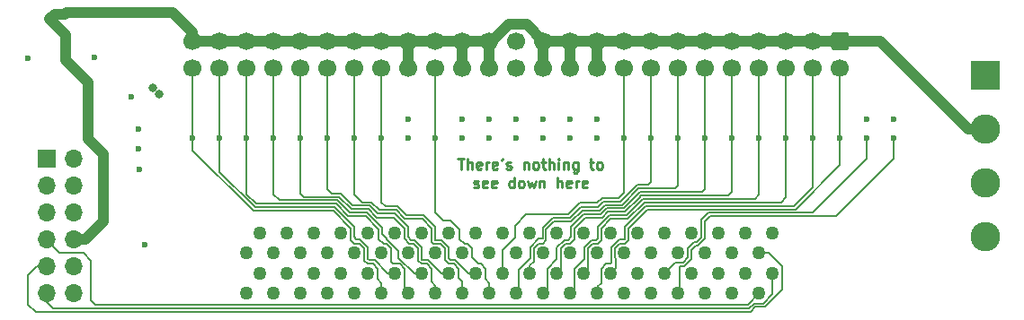
<source format=gbr>
%TF.GenerationSoftware,KiCad,Pcbnew,(5.1.7)-1*%
%TF.CreationDate,2021-02-10T19:53:02+00:00*%
%TF.ProjectId,SCSI to SCA MK5.1,53435349-2074-46f2-9053-4341204d4b35,rev?*%
%TF.SameCoordinates,Original*%
%TF.FileFunction,Copper,L2,Inr*%
%TF.FilePolarity,Positive*%
%FSLAX46Y46*%
G04 Gerber Fmt 4.6, Leading zero omitted, Abs format (unit mm)*
G04 Created by KiCad (PCBNEW (5.1.7)-1) date 2021-02-10 19:53:02*
%MOMM*%
%LPD*%
G01*
G04 APERTURE LIST*
%TA.AperFunction,NonConductor*%
%ADD10C,0.250000*%
%TD*%
%TA.AperFunction,ComponentPad*%
%ADD11O,1.700000X1.700000*%
%TD*%
%TA.AperFunction,ComponentPad*%
%ADD12R,1.700000X1.700000*%
%TD*%
%TA.AperFunction,ComponentPad*%
%ADD13C,1.700000*%
%TD*%
%TA.AperFunction,ComponentPad*%
%ADD14C,2.780000*%
%TD*%
%TA.AperFunction,ComponentPad*%
%ADD15R,2.780000X2.780000*%
%TD*%
%TA.AperFunction,ComponentPad*%
%ADD16C,1.270000*%
%TD*%
%TA.AperFunction,ViaPad*%
%ADD17C,0.800000*%
%TD*%
%TA.AperFunction,ViaPad*%
%ADD18C,0.600000*%
%TD*%
%TA.AperFunction,Conductor*%
%ADD19C,1.000000*%
%TD*%
%TA.AperFunction,Conductor*%
%ADD20C,0.127000*%
%TD*%
%TA.AperFunction,Conductor*%
%ADD21C,0.200000*%
%TD*%
G04 APERTURE END LIST*
D10*
X71335166Y-134911880D02*
X71906595Y-134911880D01*
X71620880Y-135911880D02*
X71620880Y-134911880D01*
X72239928Y-135911880D02*
X72239928Y-134911880D01*
X72668500Y-135911880D02*
X72668500Y-135388071D01*
X72620880Y-135292833D01*
X72525642Y-135245214D01*
X72382785Y-135245214D01*
X72287547Y-135292833D01*
X72239928Y-135340452D01*
X73525642Y-135864261D02*
X73430404Y-135911880D01*
X73239928Y-135911880D01*
X73144690Y-135864261D01*
X73097071Y-135769023D01*
X73097071Y-135388071D01*
X73144690Y-135292833D01*
X73239928Y-135245214D01*
X73430404Y-135245214D01*
X73525642Y-135292833D01*
X73573261Y-135388071D01*
X73573261Y-135483309D01*
X73097071Y-135578547D01*
X74001833Y-135911880D02*
X74001833Y-135245214D01*
X74001833Y-135435690D02*
X74049452Y-135340452D01*
X74097071Y-135292833D01*
X74192309Y-135245214D01*
X74287547Y-135245214D01*
X75001833Y-135864261D02*
X74906595Y-135911880D01*
X74716119Y-135911880D01*
X74620880Y-135864261D01*
X74573261Y-135769023D01*
X74573261Y-135388071D01*
X74620880Y-135292833D01*
X74716119Y-135245214D01*
X74906595Y-135245214D01*
X75001833Y-135292833D01*
X75049452Y-135388071D01*
X75049452Y-135483309D01*
X74573261Y-135578547D01*
X75525642Y-134911880D02*
X75430404Y-135102357D01*
X75906595Y-135864261D02*
X76001833Y-135911880D01*
X76192309Y-135911880D01*
X76287547Y-135864261D01*
X76335166Y-135769023D01*
X76335166Y-135721404D01*
X76287547Y-135626166D01*
X76192309Y-135578547D01*
X76049452Y-135578547D01*
X75954214Y-135530928D01*
X75906595Y-135435690D01*
X75906595Y-135388071D01*
X75954214Y-135292833D01*
X76049452Y-135245214D01*
X76192309Y-135245214D01*
X76287547Y-135292833D01*
X77525642Y-135245214D02*
X77525642Y-135911880D01*
X77525642Y-135340452D02*
X77573261Y-135292833D01*
X77668500Y-135245214D01*
X77811357Y-135245214D01*
X77906595Y-135292833D01*
X77954214Y-135388071D01*
X77954214Y-135911880D01*
X78573261Y-135911880D02*
X78478023Y-135864261D01*
X78430404Y-135816642D01*
X78382785Y-135721404D01*
X78382785Y-135435690D01*
X78430404Y-135340452D01*
X78478023Y-135292833D01*
X78573261Y-135245214D01*
X78716119Y-135245214D01*
X78811357Y-135292833D01*
X78858976Y-135340452D01*
X78906595Y-135435690D01*
X78906595Y-135721404D01*
X78858976Y-135816642D01*
X78811357Y-135864261D01*
X78716119Y-135911880D01*
X78573261Y-135911880D01*
X79192309Y-135245214D02*
X79573261Y-135245214D01*
X79335166Y-134911880D02*
X79335166Y-135769023D01*
X79382785Y-135864261D01*
X79478023Y-135911880D01*
X79573261Y-135911880D01*
X79906595Y-135911880D02*
X79906595Y-134911880D01*
X80335166Y-135911880D02*
X80335166Y-135388071D01*
X80287547Y-135292833D01*
X80192309Y-135245214D01*
X80049452Y-135245214D01*
X79954214Y-135292833D01*
X79906595Y-135340452D01*
X80811357Y-135911880D02*
X80811357Y-135245214D01*
X80811357Y-134911880D02*
X80763738Y-134959500D01*
X80811357Y-135007119D01*
X80858976Y-134959500D01*
X80811357Y-134911880D01*
X80811357Y-135007119D01*
X81287547Y-135245214D02*
X81287547Y-135911880D01*
X81287547Y-135340452D02*
X81335166Y-135292833D01*
X81430404Y-135245214D01*
X81573261Y-135245214D01*
X81668500Y-135292833D01*
X81716119Y-135388071D01*
X81716119Y-135911880D01*
X82620880Y-135245214D02*
X82620880Y-136054738D01*
X82573261Y-136149976D01*
X82525642Y-136197595D01*
X82430404Y-136245214D01*
X82287547Y-136245214D01*
X82192309Y-136197595D01*
X82620880Y-135864261D02*
X82525642Y-135911880D01*
X82335166Y-135911880D01*
X82239928Y-135864261D01*
X82192309Y-135816642D01*
X82144690Y-135721404D01*
X82144690Y-135435690D01*
X82192309Y-135340452D01*
X82239928Y-135292833D01*
X82335166Y-135245214D01*
X82525642Y-135245214D01*
X82620880Y-135292833D01*
X83716119Y-135245214D02*
X84097071Y-135245214D01*
X83858976Y-134911880D02*
X83858976Y-135769023D01*
X83906595Y-135864261D01*
X84001833Y-135911880D01*
X84097071Y-135911880D01*
X84573261Y-135911880D02*
X84478023Y-135864261D01*
X84430404Y-135816642D01*
X84382785Y-135721404D01*
X84382785Y-135435690D01*
X84430404Y-135340452D01*
X84478023Y-135292833D01*
X84573261Y-135245214D01*
X84716119Y-135245214D01*
X84811357Y-135292833D01*
X84858976Y-135340452D01*
X84906595Y-135435690D01*
X84906595Y-135721404D01*
X84858976Y-135816642D01*
X84811357Y-135864261D01*
X84716119Y-135911880D01*
X84573261Y-135911880D01*
X72835166Y-137614261D02*
X72930404Y-137661880D01*
X73120880Y-137661880D01*
X73216119Y-137614261D01*
X73263738Y-137519023D01*
X73263738Y-137471404D01*
X73216119Y-137376166D01*
X73120880Y-137328547D01*
X72978023Y-137328547D01*
X72882785Y-137280928D01*
X72835166Y-137185690D01*
X72835166Y-137138071D01*
X72882785Y-137042833D01*
X72978023Y-136995214D01*
X73120880Y-136995214D01*
X73216119Y-137042833D01*
X74073261Y-137614261D02*
X73978023Y-137661880D01*
X73787547Y-137661880D01*
X73692309Y-137614261D01*
X73644690Y-137519023D01*
X73644690Y-137138071D01*
X73692309Y-137042833D01*
X73787547Y-136995214D01*
X73978023Y-136995214D01*
X74073261Y-137042833D01*
X74120880Y-137138071D01*
X74120880Y-137233309D01*
X73644690Y-137328547D01*
X74930404Y-137614261D02*
X74835166Y-137661880D01*
X74644690Y-137661880D01*
X74549452Y-137614261D01*
X74501833Y-137519023D01*
X74501833Y-137138071D01*
X74549452Y-137042833D01*
X74644690Y-136995214D01*
X74835166Y-136995214D01*
X74930404Y-137042833D01*
X74978023Y-137138071D01*
X74978023Y-137233309D01*
X74501833Y-137328547D01*
X76597071Y-137661880D02*
X76597071Y-136661880D01*
X76597071Y-137614261D02*
X76501833Y-137661880D01*
X76311357Y-137661880D01*
X76216119Y-137614261D01*
X76168500Y-137566642D01*
X76120880Y-137471404D01*
X76120880Y-137185690D01*
X76168500Y-137090452D01*
X76216119Y-137042833D01*
X76311357Y-136995214D01*
X76501833Y-136995214D01*
X76597071Y-137042833D01*
X77216119Y-137661880D02*
X77120880Y-137614261D01*
X77073261Y-137566642D01*
X77025642Y-137471404D01*
X77025642Y-137185690D01*
X77073261Y-137090452D01*
X77120880Y-137042833D01*
X77216119Y-136995214D01*
X77358976Y-136995214D01*
X77454214Y-137042833D01*
X77501833Y-137090452D01*
X77549452Y-137185690D01*
X77549452Y-137471404D01*
X77501833Y-137566642D01*
X77454214Y-137614261D01*
X77358976Y-137661880D01*
X77216119Y-137661880D01*
X77882785Y-136995214D02*
X78073261Y-137661880D01*
X78263738Y-137185690D01*
X78454214Y-137661880D01*
X78644690Y-136995214D01*
X79025642Y-136995214D02*
X79025642Y-137661880D01*
X79025642Y-137090452D02*
X79073261Y-137042833D01*
X79168500Y-136995214D01*
X79311357Y-136995214D01*
X79406595Y-137042833D01*
X79454214Y-137138071D01*
X79454214Y-137661880D01*
X80692309Y-137661880D02*
X80692309Y-136661880D01*
X81120880Y-137661880D02*
X81120880Y-137138071D01*
X81073261Y-137042833D01*
X80978023Y-136995214D01*
X80835166Y-136995214D01*
X80739928Y-137042833D01*
X80692309Y-137090452D01*
X81978023Y-137614261D02*
X81882785Y-137661880D01*
X81692309Y-137661880D01*
X81597071Y-137614261D01*
X81549452Y-137519023D01*
X81549452Y-137138071D01*
X81597071Y-137042833D01*
X81692309Y-136995214D01*
X81882785Y-136995214D01*
X81978023Y-137042833D01*
X82025642Y-137138071D01*
X82025642Y-137233309D01*
X81549452Y-137328547D01*
X82454214Y-137661880D02*
X82454214Y-136995214D01*
X82454214Y-137185690D02*
X82501833Y-137090452D01*
X82549452Y-137042833D01*
X82644690Y-136995214D01*
X82739928Y-136995214D01*
X83454214Y-137614261D02*
X83358976Y-137661880D01*
X83168500Y-137661880D01*
X83073261Y-137614261D01*
X83025642Y-137519023D01*
X83025642Y-137138071D01*
X83073261Y-137042833D01*
X83168500Y-136995214D01*
X83358976Y-136995214D01*
X83454214Y-137042833D01*
X83501833Y-137138071D01*
X83501833Y-137233309D01*
X83025642Y-137328547D01*
D11*
%TO.N,GND*%
%TO.C,J2*%
X35179000Y-147637500D03*
%TO.N,/ID2*%
X32639000Y-147637500D03*
%TO.N,GND*%
X35179000Y-145097500D03*
%TO.N,/ID1*%
X32639000Y-145097500D03*
%TO.N,GND*%
X35179000Y-142557500D03*
%TO.N,/ID0*%
X32639000Y-142557500D03*
%TO.N,Net-(J2-Pad6)*%
X35179000Y-140017500D03*
%TO.N,/LED_T*%
X32639000Y-140017500D03*
%TO.N,/TERMPWR_8BIT*%
X35179000Y-137477500D03*
%TO.N,/TERMPWR_REG*%
X32639000Y-137477500D03*
%TO.N,/TERMPWR*%
X35179000Y-134937500D03*
D12*
%TO.N,Net-(F1-Pad2)*%
X32639000Y-134937500D03*
%TD*%
D13*
%TO.N,/I-O*%
%TO.C,J4*%
X46355000Y-126365000D03*
%TO.N,/REQ*%
X48895000Y-126365000D03*
%TO.N,/C-D*%
X51435000Y-126365000D03*
%TO.N,/SEL*%
X53975000Y-126365000D03*
%TO.N,/MSG*%
X56515000Y-126365000D03*
%TO.N,/RST*%
X59055000Y-126365000D03*
%TO.N,/ACK*%
X61595000Y-126365000D03*
%TO.N,/BSY*%
X64135000Y-126365000D03*
%TO.N,GND*%
X66675000Y-126365000D03*
%TO.N,/ATN*%
X69215000Y-126365000D03*
%TO.N,GND*%
X71755000Y-126365000D03*
X74295000Y-126365000D03*
%TO.N,Net-(J4-Pad26)*%
X76835000Y-126365000D03*
%TO.N,GND*%
X79375000Y-126365000D03*
X81915000Y-126365000D03*
X84455000Y-126365000D03*
%TO.N,/PARITY*%
X86995000Y-126365000D03*
%TO.N,/DB7*%
X89535000Y-126365000D03*
%TO.N,/DB6*%
X92075000Y-126365000D03*
%TO.N,/DB5*%
X94615000Y-126365000D03*
%TO.N,/DB4*%
X97155000Y-126365000D03*
%TO.N,/DB3*%
X99695000Y-126365000D03*
%TO.N,/DB2*%
X102235000Y-126365000D03*
%TO.N,/DB1*%
X104775000Y-126365000D03*
%TO.N,/DB0*%
X107315000Y-126365000D03*
%TO.N,GND*%
X46355000Y-123825000D03*
X48895000Y-123825000D03*
X51435000Y-123825000D03*
X53975000Y-123825000D03*
X56515000Y-123825000D03*
X59055000Y-123825000D03*
X61595000Y-123825000D03*
X64135000Y-123825000D03*
X66675000Y-123825000D03*
X69215000Y-123825000D03*
X71755000Y-123825000D03*
X74295000Y-123825000D03*
%TO.N,Net-(J4-Pad25)*%
X76835000Y-123825000D03*
%TO.N,GND*%
X79375000Y-123825000D03*
X81915000Y-123825000D03*
X84455000Y-123825000D03*
X86995000Y-123825000D03*
X89535000Y-123825000D03*
X92075000Y-123825000D03*
X94615000Y-123825000D03*
X97155000Y-123825000D03*
X99695000Y-123825000D03*
X102235000Y-123825000D03*
X104775000Y-123825000D03*
%TA.AperFunction,ComponentPad*%
G36*
G01*
X106715000Y-122975000D02*
X107915000Y-122975000D01*
G75*
G02*
X108165000Y-123225000I0J-250000D01*
G01*
X108165000Y-124425000D01*
G75*
G02*
X107915000Y-124675000I-250000J0D01*
G01*
X106715000Y-124675000D01*
G75*
G02*
X106465000Y-124425000I0J250000D01*
G01*
X106465000Y-123225000D01*
G75*
G02*
X106715000Y-122975000I250000J0D01*
G01*
G37*
%TD.AperFunction*%
%TD*%
D14*
%TO.N,+5V*%
%TO.C,J3*%
X121000000Y-142240000D03*
%TO.N,GND*%
X121000000Y-137160000D03*
X121000000Y-132080000D03*
D15*
%TO.N,+12V*%
X121000000Y-127000000D03*
%TD*%
D16*
%TO.N,GND*%
%TO.C,J1*%
X51435000Y-143823000D03*
X52705000Y-141913000D03*
X53975000Y-143823000D03*
X55245000Y-141913000D03*
%TO.N,Net-(J1-Pad45)*%
X56515000Y-143823000D03*
%TO.N,GND*%
X57785000Y-141913000D03*
X59055000Y-143823000D03*
X60325000Y-141913000D03*
X61595000Y-143823000D03*
X62865000Y-141913000D03*
X64135000Y-143823000D03*
X65405000Y-141913000D03*
X66675000Y-143823000D03*
X67945000Y-141913000D03*
X69215000Y-143823000D03*
X70485000Y-141913000D03*
X71755000Y-143823000D03*
X73025000Y-141913000D03*
X74295000Y-143823000D03*
X75565000Y-141913000D03*
X76835000Y-143823000D03*
X78105000Y-141913000D03*
X79375000Y-143823000D03*
X80645000Y-141913000D03*
X81915000Y-143823000D03*
X83185000Y-141913000D03*
X84455000Y-143823000D03*
X85725000Y-141913000D03*
X86995000Y-143823000D03*
X88265000Y-141913000D03*
X89535000Y-143823000D03*
X90805000Y-141913000D03*
X92075000Y-143823000D03*
X93345000Y-141913000D03*
X94615000Y-143823000D03*
X95885000Y-141913000D03*
%TO.N,/LED*%
X97155000Y-143823000D03*
%TO.N,Net-(J1-Pad78)*%
X98425000Y-141913000D03*
%TO.N,/ID1*%
X99695000Y-143823000D03*
%TO.N,Net-(J1-Pad80)*%
X100965000Y-141913000D03*
%TO.N,+12V*%
X51435000Y-147643000D03*
X52705000Y-145733000D03*
X53975000Y-147643000D03*
X55245000Y-145733000D03*
%TO.N,Net-(J1-Pad5)*%
X56515000Y-147643000D03*
%TO.N,Net-(J1-Pad6)*%
X57785000Y-145733000D03*
%TO.N,/DB11*%
X59055000Y-147643000D03*
%TO.N,/DB10*%
X60325000Y-145733000D03*
%TO.N,/DB9*%
X61595000Y-147643000D03*
%TO.N,/DB8*%
X62865000Y-145733000D03*
%TO.N,/I-O*%
X64135000Y-147643000D03*
%TO.N,/REQ*%
X65405000Y-145733000D03*
%TO.N,/C-D*%
X66675000Y-147643000D03*
%TO.N,/SEL*%
X67945000Y-145733000D03*
%TO.N,/MSG*%
X69215000Y-147643000D03*
%TO.N,/RST*%
X70485000Y-145733000D03*
%TO.N,/ACK*%
X71755000Y-147643000D03*
%TO.N,/BSY*%
X73025000Y-145733000D03*
%TO.N,/ATN*%
X74295000Y-147643000D03*
%TO.N,/PARITY*%
X75565000Y-145733000D03*
%TO.N,/DB7*%
X76835000Y-147643000D03*
%TO.N,/DB6*%
X78105000Y-145733000D03*
%TO.N,/DB5*%
X79375000Y-147643000D03*
%TO.N,/DB4*%
X80645000Y-145733000D03*
%TO.N,/DB3*%
X81915000Y-147643000D03*
%TO.N,/DB2*%
X83185000Y-145733000D03*
%TO.N,/DB1*%
X84455000Y-147643000D03*
%TO.N,/DB0*%
X85725000Y-145733000D03*
%TO.N,/DBP1*%
X86995000Y-147643000D03*
%TO.N,/DB15*%
X88265000Y-145733000D03*
%TO.N,/DB14*%
X89535000Y-147643000D03*
%TO.N,/DB13*%
X90805000Y-145733000D03*
%TO.N,/DB12*%
X92075000Y-147643000D03*
%TO.N,+5V*%
X93345000Y-145733000D03*
X94615000Y-147643000D03*
%TO.N,Net-(J1-Pad36)*%
X95885000Y-145733000D03*
%TO.N,Net-(J1-Pad37)*%
X97155000Y-147643000D03*
%TO.N,Net-(J1-Pad38)*%
X98425000Y-145733000D03*
%TO.N,/ID0*%
X99695000Y-147643000D03*
%TO.N,/ID2*%
X100965000Y-145733000D03*
%TD*%
D17*
%TO.N,GND*%
X36512500Y-131445000D03*
X32893000Y-121729500D03*
X34295000Y-121285000D03*
D18*
X37958760Y-135891000D03*
%TO.N,/TERMPWR_REG*%
X66673100Y-131167500D03*
X71753100Y-131167500D03*
X74293100Y-131167500D03*
X76833100Y-131167500D03*
X79373100Y-131167500D03*
X81913100Y-131167500D03*
X84453100Y-131167500D03*
X109853100Y-131167500D03*
X112395000Y-131165600D03*
D17*
X42561510Y-128223010D03*
X43159680Y-128833880D03*
D18*
%TO.N,Net-(D1-Pad2)*%
X40576500Y-129095500D03*
X37124640Y-125308360D03*
%TO.N,Net-(D1-Pad1)*%
X41275000Y-132080000D03*
%TO.N,Net-(D2-Pad2)*%
X41275000Y-133985000D03*
%TO.N,/LED*%
X30797500Y-125412500D03*
%TO.N,+12V*%
X41846500Y-143002000D03*
%TO.N,/DB11*%
X66675000Y-132969000D03*
%TO.N,/DB10*%
X71755000Y-132969000D03*
%TO.N,/DB9*%
X74295000Y-132969000D03*
%TO.N,/DB8*%
X76835000Y-132969000D03*
%TO.N,/I-O*%
X46355000Y-132969000D03*
%TO.N,/REQ*%
X48895000Y-132969000D03*
%TO.N,/C-D*%
X51435000Y-132969000D03*
%TO.N,/SEL*%
X53975000Y-132969000D03*
%TO.N,/MSG*%
X56515000Y-132969000D03*
%TO.N,/RST*%
X59055000Y-132969000D03*
%TO.N,/ACK*%
X61595000Y-132969000D03*
%TO.N,/BSY*%
X64135000Y-132969000D03*
%TO.N,/ATN*%
X69215000Y-132969000D03*
%TO.N,/PARITY*%
X86995000Y-132969000D03*
%TO.N,/DB7*%
X89535000Y-132969000D03*
%TO.N,/DB6*%
X92075000Y-132969000D03*
%TO.N,/DB5*%
X94615000Y-132969000D03*
%TO.N,/DB4*%
X97155000Y-132969000D03*
%TO.N,/DB3*%
X99695000Y-132969000D03*
%TO.N,/DB2*%
X102235000Y-132969000D03*
%TO.N,/DB1*%
X104775000Y-132969000D03*
%TO.N,/DB0*%
X107315000Y-132969000D03*
%TO.N,/DBP1*%
X79375000Y-132969000D03*
%TO.N,/DB15*%
X81915000Y-132969000D03*
%TO.N,/DB14*%
X84455000Y-132969000D03*
%TO.N,/DB13*%
X109855000Y-132969000D03*
%TO.N,/DB12*%
X112395000Y-132969000D03*
%TO.N,Net-(D3-Pad2)*%
X41338500Y-135890000D03*
%TD*%
D19*
%TO.N,GND*%
X36512500Y-131445000D02*
X36512500Y-127698500D01*
X34417000Y-125603000D02*
X34417000Y-124269500D01*
X36512500Y-127698500D02*
X34417000Y-125603000D01*
X34417000Y-124269500D02*
X34417000Y-123253500D01*
X34417000Y-123253500D02*
X32893000Y-121729500D01*
X119380000Y-132080000D02*
X121000000Y-132080000D01*
X111125000Y-123825000D02*
X119380000Y-132080000D01*
X107315000Y-123825000D02*
X111125000Y-123825000D01*
X107315000Y-123825000D02*
X79375000Y-123825000D01*
X84455000Y-126365000D02*
X84455000Y-123825000D01*
X81915000Y-126365000D02*
X81915000Y-123825000D01*
X79375000Y-126365000D02*
X79375000Y-123825000D01*
X74295000Y-126365000D02*
X74295000Y-123825000D01*
X79375000Y-123825000D02*
X77787500Y-122237500D01*
X74540998Y-123825000D02*
X74295000Y-123825000D01*
X76128498Y-122237500D02*
X74540998Y-123825000D01*
X77787500Y-122237500D02*
X76128498Y-122237500D01*
X74295000Y-123825000D02*
X71755000Y-123825000D01*
X71755000Y-126365000D02*
X71755000Y-123825000D01*
X71755000Y-123825000D02*
X46355000Y-123825000D01*
X66675000Y-126365000D02*
X66675000Y-123825000D01*
X34485500Y-121094500D02*
X34295000Y-121285000D01*
X44450000Y-121094500D02*
X34485500Y-121094500D01*
X46355000Y-122999500D02*
X44450000Y-121094500D01*
X46355000Y-123825000D02*
X46355000Y-122999500D01*
X33337500Y-121285000D02*
X32893000Y-121729500D01*
X34295000Y-121285000D02*
X33337500Y-121285000D01*
X37973000Y-140843000D02*
X36258500Y-142557500D01*
X37973000Y-134493000D02*
X37973000Y-138689080D01*
X36258500Y-142557500D02*
X35179000Y-142557500D01*
X36512500Y-133032500D02*
X37973000Y-134493000D01*
X36512500Y-131445000D02*
X36512500Y-133032500D01*
X37973000Y-138689080D02*
X37973000Y-140843000D01*
D20*
%TO.N,/ID1*%
X31656020Y-145097500D02*
X32639000Y-145097500D01*
X30861000Y-145892520D02*
X31656020Y-145097500D01*
X30861000Y-148676360D02*
X30861000Y-145892520D01*
X31555660Y-149371020D02*
X30861000Y-148676360D01*
X98891902Y-149371020D02*
X31555660Y-149371020D01*
X100213233Y-148917010D02*
X99345912Y-148917010D01*
X101863501Y-147266741D02*
X100213233Y-148917010D01*
X101863501Y-145093476D02*
X101863501Y-147266741D01*
X99345912Y-148917010D02*
X98891902Y-149371020D01*
X100593025Y-143823000D02*
X101863501Y-145093476D01*
X99695000Y-143823000D02*
X100593025Y-143823000D01*
D21*
%TO.N,/I-O*%
X46355000Y-126365000D02*
X46355000Y-132969000D01*
D20*
X63763501Y-146294499D02*
X64135000Y-146665998D01*
X46355000Y-132969000D02*
X46355000Y-134112000D01*
X46355000Y-134112000D02*
X52070000Y-139827000D01*
X64135000Y-146665998D02*
X64135000Y-147643000D01*
X61223501Y-142630501D02*
X61517499Y-142924499D01*
X52070000Y-139827000D02*
X59568782Y-139827000D01*
X59568782Y-139827000D02*
X61223501Y-141481719D01*
X61223501Y-141481719D02*
X61223501Y-142630501D01*
X62493501Y-144535501D02*
X62792499Y-144834499D01*
X61517499Y-142924499D02*
X62026281Y-142924499D01*
X63763501Y-145301719D02*
X63763501Y-146294499D01*
X62026281Y-142924499D02*
X62493501Y-143391719D01*
X62493501Y-143391719D02*
X62493501Y-144535501D01*
X62792499Y-144834499D02*
X63296281Y-144834499D01*
X63296281Y-144834499D02*
X63763501Y-145301719D01*
D21*
%TO.N,/REQ*%
X48895000Y-126365000D02*
X48895000Y-132969000D01*
D20*
X64707000Y-145733000D02*
X65405000Y-145733000D01*
X63481489Y-144507489D02*
X64707000Y-145733000D01*
X62973489Y-144507489D02*
X63481489Y-144507489D01*
X62865000Y-143256000D02*
X62865000Y-144399000D01*
X62103000Y-142494000D02*
X62865000Y-143256000D01*
X61550509Y-141346267D02*
X61550509Y-142322509D01*
X62865000Y-144399000D02*
X62973489Y-144507489D01*
X59704233Y-139499990D02*
X61550509Y-141346267D01*
X61550509Y-142322509D02*
X61722000Y-142494000D01*
X52205450Y-139499990D02*
X59704233Y-139499990D01*
X61722000Y-142494000D02*
X62103000Y-142494000D01*
X48895000Y-136189540D02*
X52205450Y-139499990D01*
X48895000Y-132969000D02*
X48895000Y-136189540D01*
D21*
%TO.N,/C-D*%
X51435000Y-126365000D02*
X51435000Y-132969000D01*
D20*
X51435000Y-132969000D02*
X51435000Y-138267080D01*
X51435000Y-138267080D02*
X52340900Y-139172980D01*
X59839684Y-139172980D02*
X61001704Y-140335000D01*
X52340900Y-139172980D02*
X59839684Y-139172980D01*
X62616782Y-140335000D02*
X63881000Y-141599218D01*
X61001704Y-140335000D02*
X62616782Y-140335000D01*
X64311499Y-142924499D02*
X64566281Y-142924499D01*
X63881000Y-142494000D02*
X64311499Y-142924499D01*
X63881000Y-141599218D02*
X63881000Y-142494000D01*
X64566281Y-142924499D02*
X65033501Y-143391719D01*
X65033501Y-144662501D02*
X65205499Y-144834499D01*
X65033501Y-143391719D02*
X65033501Y-144662501D01*
X65836281Y-144834499D02*
X66303501Y-145301719D01*
X65205499Y-144834499D02*
X65836281Y-144834499D01*
X66303501Y-147271501D02*
X66675000Y-147643000D01*
X66303501Y-145301719D02*
X66303501Y-147271501D01*
D21*
%TO.N,/SEL*%
X53975000Y-126365000D02*
X53975000Y-132969000D01*
D20*
X53975000Y-138303000D02*
X53975000Y-132969000D01*
X59975135Y-138845970D02*
X54517970Y-138845970D01*
X64208010Y-142045792D02*
X64208010Y-141463768D01*
X64643000Y-142480782D02*
X64208010Y-142045792D01*
X64643000Y-142538758D02*
X64643000Y-142480782D01*
X62752234Y-140007992D02*
X61137156Y-140007992D01*
X65736242Y-143632000D02*
X64643000Y-142538758D01*
X54517970Y-138845970D02*
X53975000Y-138303000D01*
X61137156Y-140007992D02*
X59975135Y-138845970D01*
X65736242Y-144272000D02*
X65736242Y-143632000D01*
X67197242Y-145733000D02*
X65736242Y-144272000D01*
X64208010Y-141463768D02*
X62752234Y-140007992D01*
X67945000Y-145733000D02*
X67197242Y-145733000D01*
D21*
%TO.N,/MSG*%
X56515000Y-126365000D02*
X56515000Y-132969000D01*
D20*
X69215000Y-146919998D02*
X69215000Y-147643000D01*
X68843501Y-146548499D02*
X69215000Y-146919998D01*
X68843501Y-145301719D02*
X68843501Y-146548499D01*
X68376281Y-144834499D02*
X68843501Y-145301719D01*
X67573501Y-144535501D02*
X67872499Y-144834499D01*
X56515000Y-132969000D02*
X56515000Y-138176000D01*
X56515000Y-138176000D02*
X56857960Y-138518960D01*
X60110586Y-138518960D02*
X61272608Y-139680982D01*
X67573501Y-143391719D02*
X67573501Y-144535501D01*
X56857960Y-138518960D02*
X60110586Y-138518960D01*
X63668703Y-140462000D02*
X65283782Y-140462000D01*
X67872499Y-144834499D02*
X68376281Y-144834499D01*
X65283782Y-140462000D02*
X66303501Y-141481719D01*
X62887685Y-139680982D02*
X63668703Y-140462000D01*
X66303501Y-141481719D02*
X66303501Y-142484499D01*
X61272608Y-139680982D02*
X62887685Y-139680982D01*
X66303501Y-142484499D02*
X66743501Y-142924499D01*
X66743501Y-142924499D02*
X67106281Y-142924499D01*
X67106281Y-142924499D02*
X67573501Y-143391719D01*
D21*
%TO.N,/RST*%
X59055000Y-126365000D02*
X59055000Y-132969000D01*
D20*
X69737243Y-145733000D02*
X70485000Y-145733000D01*
X68511732Y-144507489D02*
X69737243Y-145733000D01*
X67945000Y-144444540D02*
X68007949Y-144507489D01*
X59055000Y-132969000D02*
X59055000Y-137795000D01*
X63023136Y-139353972D02*
X63754000Y-140084837D01*
X59055000Y-137795000D02*
X59451950Y-138191950D01*
X59451950Y-138191950D02*
X60246037Y-138191950D01*
X60246037Y-138191950D02*
X61408059Y-139353972D01*
X61408059Y-139353972D02*
X63023136Y-139353972D01*
X66905489Y-142597489D02*
X67241732Y-142597489D01*
X63754000Y-140084837D02*
X65369079Y-140084837D01*
X66630511Y-141346268D02*
X66630511Y-142322511D01*
X66630511Y-142322511D02*
X66905489Y-142597489D01*
X65369079Y-140084837D02*
X66630511Y-141346268D01*
X67241732Y-142597489D02*
X67945000Y-143300757D01*
X68007949Y-144507489D02*
X68511732Y-144507489D01*
X67945000Y-143300757D02*
X67945000Y-144444540D01*
D21*
%TO.N,/ACK*%
X61595000Y-126365000D02*
X61595000Y-132969000D01*
D20*
X71755000Y-146538998D02*
X71755000Y-147643000D01*
X71383501Y-146167499D02*
X71755000Y-146538998D01*
X71383501Y-145301719D02*
X71383501Y-146167499D01*
X70431501Y-144834499D02*
X70916281Y-144834499D01*
X70113501Y-144516499D02*
X70431501Y-144834499D01*
X61595000Y-132969000D02*
X61595000Y-138303000D01*
X61595000Y-138303000D02*
X62318962Y-139026962D01*
X62318962Y-139026962D02*
X63158587Y-139026962D01*
X63158587Y-139026962D02*
X63889452Y-139757827D01*
X63889452Y-139757827D02*
X65504530Y-139757827D01*
X70916281Y-144834499D02*
X71383501Y-145301719D01*
X68843501Y-142757501D02*
X69010499Y-142924499D01*
X65504530Y-139757827D02*
X66335703Y-140589000D01*
X66335703Y-140589000D02*
X67950782Y-140589000D01*
X67950782Y-140589000D02*
X68843501Y-141481719D01*
X69646281Y-142924499D02*
X70113501Y-143391719D01*
X68843501Y-141481719D02*
X68843501Y-142757501D01*
X70113501Y-143391719D02*
X70113501Y-144516499D01*
X69010499Y-142924499D02*
X69646281Y-142924499D01*
D21*
%TO.N,/BSY*%
X64135000Y-126365000D02*
X64135000Y-132969000D01*
D20*
X72277243Y-145733000D02*
X73025000Y-145733000D01*
X71051732Y-144507489D02*
X72277243Y-145733000D01*
X64135000Y-132969000D02*
X64135000Y-139065000D01*
X66471153Y-140261990D02*
X68086233Y-140261990D01*
X69170511Y-142576511D02*
X69191489Y-142597489D01*
X64135000Y-139065000D02*
X64500817Y-139430817D01*
X64500817Y-139430817D02*
X65639981Y-139430817D01*
X65639981Y-139430817D02*
X66471153Y-140261990D01*
X69170511Y-141346268D02*
X69170511Y-142576511D01*
X68086233Y-140261990D02*
X69170511Y-141346268D01*
X69781731Y-142597489D02*
X70440511Y-143256268D01*
X69191489Y-142597489D02*
X69781731Y-142597489D01*
X70440511Y-143256268D02*
X70440511Y-144354511D01*
X70440511Y-144354511D02*
X70593489Y-144507489D01*
X70593489Y-144507489D02*
X71051732Y-144507489D01*
D21*
%TO.N,/ATN*%
X69215000Y-126365000D02*
X69215000Y-132969000D01*
D20*
X69215000Y-132969000D02*
X69215000Y-139954000D01*
X73923501Y-146294499D02*
X74295000Y-146665998D01*
X69215000Y-139954000D02*
X69977000Y-140716000D01*
X74295000Y-146665998D02*
X74295000Y-147643000D01*
X73225501Y-144834499D02*
X73456281Y-144834499D01*
X69977000Y-140716000D02*
X70617782Y-140716000D01*
X70617782Y-140716000D02*
X71501000Y-141599218D01*
X71501000Y-141599218D02*
X71501000Y-142494000D01*
X71501000Y-142494000D02*
X71931499Y-142924499D01*
X71931499Y-142924499D02*
X72186281Y-142924499D01*
X72186281Y-142924499D02*
X72653501Y-143391719D01*
X72653501Y-144262499D02*
X73225501Y-144834499D01*
X72653501Y-143391719D02*
X72653501Y-144262499D01*
X73456281Y-144834499D02*
X73923501Y-145301719D01*
X73923501Y-145301719D02*
X73923501Y-146294499D01*
D21*
%TO.N,/PARITY*%
X86995000Y-126365000D02*
X86995000Y-132969000D01*
D20*
X75565000Y-143510000D02*
X75565000Y-145733000D01*
X76708000Y-141224000D02*
X76708000Y-142367000D01*
X81729395Y-140188980D02*
X77743020Y-140188980D01*
X84906512Y-138626940D02*
X84455000Y-139078453D01*
X76708000Y-142367000D02*
X75565000Y-143510000D01*
X82839922Y-139078453D02*
X81729395Y-140188980D01*
X86462600Y-138626940D02*
X84906512Y-138626940D01*
X77743020Y-140188980D02*
X76708000Y-141224000D01*
X86995000Y-138094540D02*
X86462600Y-138626940D01*
X84455000Y-139078453D02*
X82839922Y-139078453D01*
X86995000Y-132969000D02*
X86995000Y-138094540D01*
D21*
%TO.N,/DB7*%
X89535000Y-126365000D02*
X89535000Y-132969000D01*
D20*
X78149489Y-144354511D02*
X77089000Y-145415000D01*
X78149489Y-143256268D02*
X78149489Y-144354511D01*
X78920207Y-142485550D02*
X78149489Y-143256268D01*
X89535000Y-132969000D02*
X89535000Y-137156930D01*
X89535000Y-137156930D02*
X89281000Y-137410930D01*
X87949511Y-137602489D02*
X86598050Y-138953950D01*
X89281000Y-137410930D02*
X88200061Y-137410930D01*
X79301990Y-142485550D02*
X78920207Y-142485550D01*
X88200061Y-137410930D02*
X88008502Y-137602489D01*
X81864845Y-140515990D02*
X80249767Y-140515990D01*
X77089000Y-147389000D02*
X76835000Y-147643000D01*
X88008502Y-137602489D02*
X87949511Y-137602489D01*
X84514943Y-139480970D02*
X82899865Y-139480970D01*
X86598050Y-138953950D02*
X85041963Y-138953950D01*
X80249767Y-140515990D02*
X79301990Y-141463767D01*
X77089000Y-145415000D02*
X77089000Y-147389000D01*
X82899865Y-139480970D02*
X81864845Y-140515990D01*
X85041963Y-138953950D02*
X84514943Y-139480970D01*
X79301990Y-141463767D02*
X79301990Y-142485550D01*
D21*
%TO.N,/DB6*%
X92075000Y-126365000D02*
X92075000Y-132969000D01*
D20*
X78476499Y-144643499D02*
X78105000Y-145014998D01*
X78476499Y-143391719D02*
X78476499Y-144643499D01*
X78943719Y-142924499D02*
X78476499Y-143391719D01*
X92075000Y-132969000D02*
X92075000Y-137483940D01*
X78105000Y-145014998D02*
X78105000Y-145733000D01*
X92075000Y-137483940D02*
X91821000Y-137737940D01*
X86792492Y-139280960D02*
X85177414Y-139280960D01*
X91821000Y-137737940D02*
X88335512Y-137737940D01*
X85177414Y-139280960D02*
X84650395Y-139807980D01*
X82000297Y-140843000D02*
X80385218Y-140843000D01*
X88335512Y-137737940D02*
X86792492Y-139280960D01*
X84650395Y-139807980D02*
X83035316Y-139807980D01*
X79325501Y-142924499D02*
X78943719Y-142924499D01*
X83035316Y-139807980D02*
X82000297Y-140843000D01*
X80385218Y-140843000D02*
X79629000Y-141599218D01*
X79629000Y-141599218D02*
X79629000Y-142621000D01*
X79629000Y-142621000D02*
X79325501Y-142924499D01*
D21*
%TO.N,/DB5*%
X94615000Y-126365000D02*
X94615000Y-132969000D01*
D20*
X79746499Y-147271501D02*
X79375000Y-147643000D01*
X79746499Y-145297501D02*
X79746499Y-147271501D01*
X80645000Y-144399000D02*
X79746499Y-145297501D01*
X94615000Y-132969000D02*
X94615000Y-137795000D01*
X86927945Y-139607970D02*
X85312865Y-139607970D01*
X94615000Y-137795000D02*
X94345050Y-138064950D01*
X84785845Y-140134990D02*
X83170767Y-140134990D01*
X88470963Y-138064950D02*
X86927945Y-139607970D01*
X94345050Y-138064950D02*
X88470963Y-138064950D01*
X85312865Y-139607970D02*
X84785845Y-140134990D01*
X83170767Y-140134990D02*
X81959489Y-141346268D01*
X81348269Y-142597489D02*
X80645000Y-143300757D01*
X81959489Y-141346268D02*
X81959489Y-142322511D01*
X81684511Y-142597489D02*
X81348269Y-142597489D01*
X81959489Y-142322511D02*
X81684511Y-142597489D01*
X80645000Y-143300757D02*
X80645000Y-144399000D01*
D21*
%TO.N,/DB4*%
X97155000Y-126365000D02*
X97155000Y-132969000D01*
D20*
X81016499Y-145361501D02*
X80645000Y-145733000D01*
X81016499Y-143391719D02*
X81016499Y-145361501D01*
X97155000Y-132969000D02*
X97155000Y-138049000D01*
X82286499Y-142503501D02*
X81865501Y-142924499D01*
X97155000Y-138049000D02*
X96812040Y-138391960D01*
X88606414Y-138391960D02*
X88392000Y-138606375D01*
X96812040Y-138391960D02*
X88606414Y-138391960D01*
X85448316Y-139934980D02*
X84921296Y-140462000D01*
X88392000Y-138606375D02*
X87063395Y-139934980D01*
X87063395Y-139934980D02*
X85448316Y-139934980D01*
X84921296Y-140462000D02*
X83306218Y-140462000D01*
X83306218Y-140462000D02*
X82286499Y-141481719D01*
X82286499Y-141481719D02*
X82286499Y-142503501D01*
X81483719Y-142924499D02*
X81016499Y-143391719D01*
X81865501Y-142924499D02*
X81483719Y-142924499D01*
D21*
%TO.N,/DB3*%
X99695000Y-126365000D02*
X99695000Y-132969000D01*
D20*
X99695000Y-132969000D02*
X99695000Y-138303000D01*
X88741865Y-138718970D02*
X87198845Y-140261990D01*
X85583767Y-140261990D02*
X84499489Y-141346268D01*
X99695000Y-138303000D02*
X99279030Y-138718970D01*
X99279030Y-138718970D02*
X88741865Y-138718970D01*
X83229489Y-143256268D02*
X83229489Y-144358729D01*
X87198845Y-140261990D02*
X85583767Y-140261990D01*
X84499489Y-141346268D02*
X84499489Y-142449511D01*
X84499489Y-142449511D02*
X84351511Y-142597489D01*
X84351511Y-142597489D02*
X83888268Y-142597489D01*
X83888268Y-142597489D02*
X83229489Y-143256268D01*
X83229489Y-144358729D02*
X82286499Y-145301719D01*
X82286499Y-147271501D02*
X81915000Y-147643000D01*
X82286499Y-145301719D02*
X82286499Y-147271501D01*
D21*
%TO.N,/DB2*%
X102235000Y-126365000D02*
X102235000Y-132969000D01*
D20*
X83556499Y-145361501D02*
X83185000Y-145733000D01*
X83556499Y-143391719D02*
X83556499Y-145361501D01*
X84826499Y-142611499D02*
X84513499Y-142924499D01*
X84513499Y-142924499D02*
X84023719Y-142924499D01*
X84826499Y-141481719D02*
X84826499Y-142611499D01*
X85719218Y-140589000D02*
X84826499Y-141481719D01*
X87334296Y-140589000D02*
X85719218Y-140589000D01*
X88877316Y-139045980D02*
X87334296Y-140589000D01*
X101746020Y-139045980D02*
X88877316Y-139045980D01*
X102235000Y-138557000D02*
X101746020Y-139045980D01*
X84023719Y-142924499D02*
X83556499Y-143391719D01*
X102235000Y-132969000D02*
X102235000Y-138557000D01*
D21*
%TO.N,/DB1*%
X104775000Y-126365000D02*
X104775000Y-132969000D01*
D20*
X84455000Y-147046998D02*
X84455000Y-147643000D01*
X84826499Y-146675499D02*
X84455000Y-147046998D01*
X104775000Y-132969000D02*
X104775000Y-137586540D01*
X104775000Y-137586540D02*
X102988550Y-139372990D01*
X89012767Y-139372990D02*
X88646000Y-139739758D01*
X85670501Y-144834499D02*
X85293719Y-144834499D01*
X87039489Y-141346268D02*
X87039489Y-142494000D01*
X85769489Y-144735511D02*
X85670501Y-144834499D01*
X87039489Y-142494000D02*
X86531758Y-142494000D01*
X88646000Y-139739758D02*
X87039489Y-141346268D01*
X86531758Y-142494000D02*
X85769489Y-143256268D01*
X85769489Y-143256268D02*
X85769489Y-144735511D01*
X85293719Y-144834499D02*
X84826499Y-145301719D01*
X102988550Y-139372990D02*
X89012767Y-139372990D01*
X84826499Y-145301719D02*
X84826499Y-146675499D01*
D21*
%TO.N,/DB0*%
X107315000Y-126365000D02*
X107315000Y-132969000D01*
D20*
X107315000Y-132969000D02*
X107315000Y-135509000D01*
X107315000Y-135509000D02*
X103124000Y-139700000D01*
X89148218Y-139700000D02*
X87366499Y-141481719D01*
X103124000Y-139700000D02*
X89148218Y-139700000D01*
X87366499Y-142630501D02*
X87072501Y-142924499D01*
X87366499Y-141481719D02*
X87366499Y-142630501D01*
X86096499Y-143391719D02*
X86096499Y-144262499D01*
X86563719Y-142924499D02*
X86096499Y-143391719D01*
X87072501Y-142924499D02*
X86563719Y-142924499D01*
X86096499Y-144262499D02*
X86233000Y-144399000D01*
X86233000Y-145225000D02*
X85725000Y-145733000D01*
X86233000Y-144399000D02*
X86233000Y-145225000D01*
%TO.N,/DB13*%
X91816499Y-144721501D02*
X90805000Y-145733000D01*
X92506281Y-144721501D02*
X91816499Y-144721501D01*
X92973501Y-144254281D02*
X92506281Y-144721501D01*
X94243501Y-142344281D02*
X93776281Y-142811501D01*
X93553719Y-142811501D02*
X92973501Y-143391719D01*
X94243501Y-140706499D02*
X94243501Y-142344281D01*
X94922990Y-140027010D02*
X94243501Y-140706499D01*
X104701990Y-140027010D02*
X94922990Y-140027010D01*
X109855000Y-134874000D02*
X104701990Y-140027010D01*
X92973501Y-143391719D02*
X92973501Y-144254281D01*
X93776281Y-142811501D02*
X93553719Y-142811501D01*
X109855000Y-132969000D02*
X109855000Y-134874000D01*
%TO.N,/DB12*%
X92202000Y-145048511D02*
X92202000Y-147516000D01*
X92202000Y-147516000D02*
X92075000Y-147643000D01*
X93911733Y-143138509D02*
X93716491Y-143138509D01*
X94570511Y-142479732D02*
X93911733Y-143138509D01*
X92641732Y-145048511D02*
X92202000Y-145048511D01*
X93300511Y-143554489D02*
X93300511Y-144389732D01*
X93716491Y-143138509D02*
X93300511Y-143554489D01*
X94570511Y-140841949D02*
X94570511Y-142479732D01*
X95058440Y-140354020D02*
X94570511Y-140841949D01*
X106914980Y-140354020D02*
X95058440Y-140354020D01*
X112395000Y-134874000D02*
X106914980Y-140354020D01*
X93300511Y-144389732D02*
X92641732Y-145048511D01*
X112395000Y-132969000D02*
X112395000Y-134874000D01*
%TO.N,/ID0*%
X32639000Y-142651480D02*
X32639000Y-142557500D01*
X33827720Y-143840200D02*
X32639000Y-142651480D01*
X36098480Y-143840200D02*
X33827720Y-143840200D01*
X36789360Y-144531080D02*
X36098480Y-143840200D01*
X36789360Y-148330920D02*
X36789360Y-144531080D01*
X37175440Y-148717000D02*
X36789360Y-148330920D01*
X98621000Y-148717000D02*
X37175440Y-148717000D01*
X99695000Y-147643000D02*
X98621000Y-148717000D01*
%TO.N,/ID2*%
X33179370Y-149044010D02*
X32639000Y-148503640D01*
X99210460Y-148590000D02*
X98756451Y-149044010D01*
X100077782Y-148590000D02*
X99210460Y-148590000D01*
X32639000Y-148503640D02*
X32639000Y-147637500D01*
X100965000Y-147702782D02*
X100077782Y-148590000D01*
X98756451Y-149044010D02*
X33179370Y-149044010D01*
X100965000Y-145733000D02*
X100965000Y-147702782D01*
%TD*%
M02*

</source>
